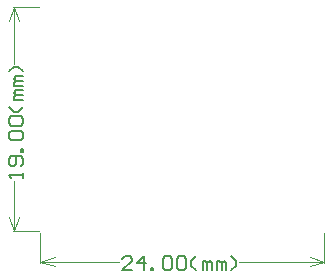
<source format=gm1>
G04*
G04 #@! TF.GenerationSoftware,Altium Limited,Altium Designer,22.4.2 (48)*
G04*
G04 Layer_Color=16711935*
%FSLAX25Y25*%
%MOIN*%
G70*
G04*
G04 #@! TF.SameCoordinates,F7E3B1D8-2F66-413B-9CB6-F982D94F727F*
G04*
G04*
G04 #@! TF.FilePolarity,Positive*
G04*
G01*
G75*
%ADD44C,0.00394*%
%ADD45C,0.00600*%
D44*
X-10335Y4724D02*
X-8760Y0D01*
X-7185Y4724D01*
X-8760Y74803D02*
X-7185Y70079D01*
X-10335D02*
X-8760Y74803D01*
Y0D02*
Y16916D01*
Y55900D02*
Y74803D01*
X-9154Y0D02*
X-394D01*
X-9154Y74803D02*
X-394D01*
X0Y-10039D02*
X4724Y-8465D01*
X0Y-10039D02*
X4724Y-11614D01*
X89764D02*
X94488Y-10039D01*
X89764Y-8465D02*
X94488Y-10039D01*
X0D02*
X26365D01*
X66136D02*
X94488D01*
X0Y-10433D02*
Y-394D01*
X94488Y-10433D02*
Y-394D01*
D45*
X-5798Y17910D02*
Y19484D01*
Y18697D01*
X-10521D01*
X-9734Y17910D01*
X-6586Y21846D02*
X-5798Y22633D01*
Y24207D01*
X-6586Y24994D01*
X-9734D01*
X-10521Y24207D01*
Y22633D01*
X-9734Y21846D01*
X-8947D01*
X-8160Y22633D01*
Y24994D01*
X-5798Y26568D02*
X-6586D01*
Y27356D01*
X-5798D01*
Y26568D01*
X-9734Y30504D02*
X-10521Y31291D01*
Y32866D01*
X-9734Y33653D01*
X-6586D01*
X-5798Y32866D01*
Y31291D01*
X-6586Y30504D01*
X-9734D01*
Y35227D02*
X-10521Y36014D01*
Y37589D01*
X-9734Y38376D01*
X-6586D01*
X-5798Y37589D01*
Y36014D01*
X-6586Y35227D01*
X-9734D01*
X-5798Y41524D02*
X-7373Y39950D01*
X-8947D01*
X-10521Y41524D01*
X-5798Y43886D02*
X-8947D01*
Y44673D01*
X-8160Y45460D01*
X-5798D01*
X-8160D01*
X-8947Y46247D01*
X-8160Y47034D01*
X-5798D01*
Y48609D02*
X-8947D01*
Y49396D01*
X-8160Y50183D01*
X-5798D01*
X-8160D01*
X-8947Y50970D01*
X-8160Y51757D01*
X-5798D01*
Y53332D02*
X-7373Y54906D01*
X-8947D01*
X-10521Y53332D01*
X30507Y-13001D02*
X27359D01*
X30507Y-9852D01*
Y-9065D01*
X29720Y-8278D01*
X28146D01*
X27359Y-9065D01*
X34443Y-13001D02*
Y-8278D01*
X32082Y-10639D01*
X35230D01*
X36805Y-13001D02*
Y-12214D01*
X37592D01*
Y-13001D01*
X36805D01*
X40740Y-9065D02*
X41528Y-8278D01*
X43102D01*
X43889Y-9065D01*
Y-12214D01*
X43102Y-13001D01*
X41528D01*
X40740Y-12214D01*
Y-9065D01*
X45463D02*
X46250Y-8278D01*
X47825D01*
X48612Y-9065D01*
Y-12214D01*
X47825Y-13001D01*
X46250D01*
X45463Y-12214D01*
Y-9065D01*
X51760Y-13001D02*
X50186Y-11427D01*
Y-9852D01*
X51760Y-8278D01*
X54122Y-13001D02*
Y-9852D01*
X54909D01*
X55696Y-10639D01*
Y-13001D01*
Y-10639D01*
X56483Y-9852D01*
X57270Y-10639D01*
Y-13001D01*
X58845D02*
Y-9852D01*
X59632D01*
X60419Y-10639D01*
Y-13001D01*
Y-10639D01*
X61206Y-9852D01*
X61993Y-10639D01*
Y-13001D01*
X63568D02*
X65142Y-11427D01*
Y-9852D01*
X63568Y-8278D01*
M02*

</source>
